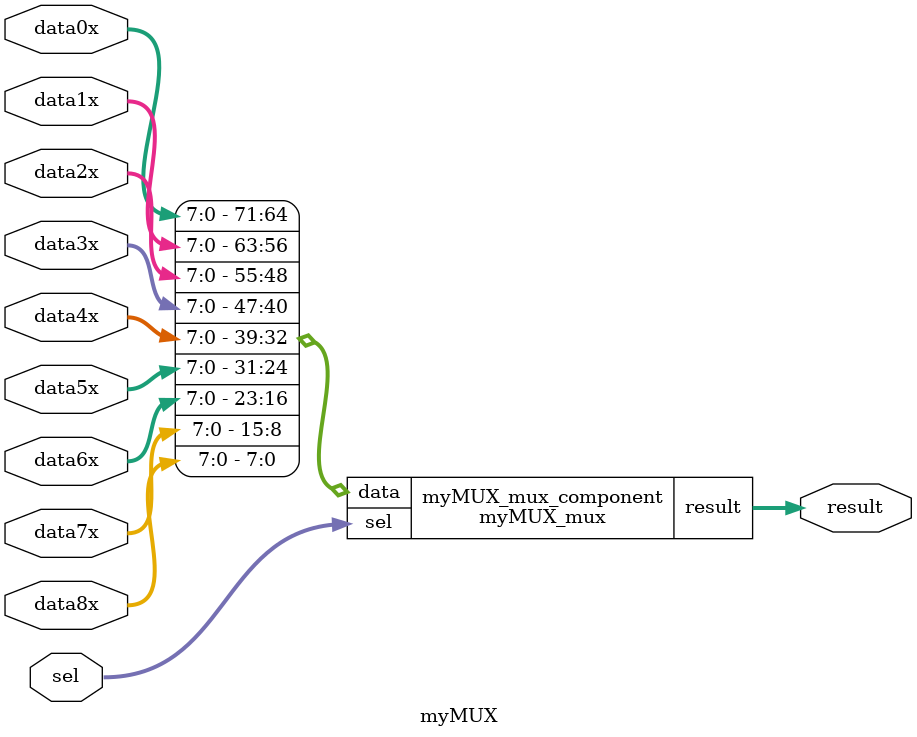
<source format=v>
module myMUX_mux(	// /tmp/tmp.mSLfRgDOO9/30156_gdou-curriculum-design-collect_数学与计算机学院_软工_大二下_硬件工程实践_はちみ_8cal_myMUX_syn.cleaned.mlir:2:3
  input  [71:0] data,	// /tmp/tmp.mSLfRgDOO9/30156_gdou-curriculum-design-collect_数学与计算机学院_软工_大二下_硬件工程实践_はちみ_8cal_myMUX_syn.cleaned.mlir:2:35
  input  [3:0]  sel,	// /tmp/tmp.mSLfRgDOO9/30156_gdou-curriculum-design-collect_数学与计算机学院_软工_大二下_硬件工程实践_はちみ_8cal_myMUX_syn.cleaned.mlir:2:51
  output [7:0]  result	// /tmp/tmp.mSLfRgDOO9/30156_gdou-curriculum-design-collect_数学与计算机学院_软工_大二下_硬件工程实践_はちみ_8cal_myMUX_syn.cleaned.mlir:2:66
);

  wire _GEN;	// /tmp/tmp.mSLfRgDOO9/30156_gdou-curriculum-design-collect_数学与计算机学院_软工_大二下_硬件工程实践_はちみ_8cal_myMUX_syn.cleaned.mlir:295:12
  wire _GEN_0;	// /tmp/tmp.mSLfRgDOO9/30156_gdou-curriculum-design-collect_数学与计算机学院_软工_大二下_硬件工程实践_はちみ_8cal_myMUX_syn.cleaned.mlir:291:12
  wire _GEN_1;	// /tmp/tmp.mSLfRgDOO9/30156_gdou-curriculum-design-collect_数学与计算机学院_软工_大二下_硬件工程实践_はちみ_8cal_myMUX_syn.cleaned.mlir:286:12
  wire _GEN_2;	// /tmp/tmp.mSLfRgDOO9/30156_gdou-curriculum-design-collect_数学与计算机学院_软工_大二下_硬件工程实践_はちみ_8cal_myMUX_syn.cleaned.mlir:282:12
  wire _GEN_3;	// /tmp/tmp.mSLfRgDOO9/30156_gdou-curriculum-design-collect_数学与计算机学院_软工_大二下_硬件工程实践_はちみ_8cal_myMUX_syn.cleaned.mlir:277:12
  wire _GEN_4;	// /tmp/tmp.mSLfRgDOO9/30156_gdou-curriculum-design-collect_数学与计算机学院_软工_大二下_硬件工程实践_はちみ_8cal_myMUX_syn.cleaned.mlir:273:12
  wire _GEN_5;	// /tmp/tmp.mSLfRgDOO9/30156_gdou-curriculum-design-collect_数学与计算机学院_软工_大二下_硬件工程实践_はちみ_8cal_myMUX_syn.cleaned.mlir:268:12
  wire _GEN_6;	// /tmp/tmp.mSLfRgDOO9/30156_gdou-curriculum-design-collect_数学与计算机学院_软工_大二下_硬件工程实践_はちみ_8cal_myMUX_syn.cleaned.mlir:264:12
  wire _GEN_7;	// /tmp/tmp.mSLfRgDOO9/30156_gdou-curriculum-design-collect_数学与计算机学院_软工_大二下_硬件工程实践_はちみ_8cal_myMUX_syn.cleaned.mlir:259:12
  wire _GEN_8;	// /tmp/tmp.mSLfRgDOO9/30156_gdou-curriculum-design-collect_数学与计算机学院_软工_大二下_硬件工程实践_はちみ_8cal_myMUX_syn.cleaned.mlir:255:12
  wire _GEN_9;	// /tmp/tmp.mSLfRgDOO9/30156_gdou-curriculum-design-collect_数学与计算机学院_软工_大二下_硬件工程实践_はちみ_8cal_myMUX_syn.cleaned.mlir:250:12
  wire _GEN_10;	// /tmp/tmp.mSLfRgDOO9/30156_gdou-curriculum-design-collect_数学与计算机学院_软工_大二下_硬件工程实践_はちみ_8cal_myMUX_syn.cleaned.mlir:246:12
  wire _GEN_11;	// /tmp/tmp.mSLfRgDOO9/30156_gdou-curriculum-design-collect_数学与计算机学院_软工_大二下_硬件工程实践_はちみ_8cal_myMUX_syn.cleaned.mlir:241:12
  wire _GEN_12;	// /tmp/tmp.mSLfRgDOO9/30156_gdou-curriculum-design-collect_数学与计算机学院_软工_大二下_硬件工程实践_はちみ_8cal_myMUX_syn.cleaned.mlir:237:12
  wire _GEN_13;	// /tmp/tmp.mSLfRgDOO9/30156_gdou-curriculum-design-collect_数学与计算机学院_软工_大二下_硬件工程实践_はちみ_8cal_myMUX_syn.cleaned.mlir:232:12
  wire _GEN_14;	// /tmp/tmp.mSLfRgDOO9/30156_gdou-curriculum-design-collect_数学与计算机学院_软工_大二下_硬件工程实践_はちみ_8cal_myMUX_syn.cleaned.mlir:228:12
  wire _GEN_15;	// /tmp/tmp.mSLfRgDOO9/30156_gdou-curriculum-design-collect_数学与计算机学院_软工_大二下_硬件工程实践_はちみ_8cal_myMUX_syn.cleaned.mlir:223:12
  wire _GEN_16;	// /tmp/tmp.mSLfRgDOO9/30156_gdou-curriculum-design-collect_数学与计算机学院_软工_大二下_硬件工程实践_はちみ_8cal_myMUX_syn.cleaned.mlir:219:12
  wire _GEN_17;	// /tmp/tmp.mSLfRgDOO9/30156_gdou-curriculum-design-collect_数学与计算机学院_软工_大二下_硬件工程实践_はちみ_8cal_myMUX_syn.cleaned.mlir:214:12
  wire _GEN_18;	// /tmp/tmp.mSLfRgDOO9/30156_gdou-curriculum-design-collect_数学与计算机学院_软工_大二下_硬件工程实践_はちみ_8cal_myMUX_syn.cleaned.mlir:210:12
  wire _GEN_19;	// /tmp/tmp.mSLfRgDOO9/30156_gdou-curriculum-design-collect_数学与计算机学院_软工_大二下_硬件工程实践_はちみ_8cal_myMUX_syn.cleaned.mlir:205:12
  wire _GEN_20;	// /tmp/tmp.mSLfRgDOO9/30156_gdou-curriculum-design-collect_数学与计算机学院_软工_大二下_硬件工程实践_はちみ_8cal_myMUX_syn.cleaned.mlir:201:12
  wire _GEN_21;	// /tmp/tmp.mSLfRgDOO9/30156_gdou-curriculum-design-collect_数学与计算机学院_软工_大二下_硬件工程实践_はちみ_8cal_myMUX_syn.cleaned.mlir:196:12
  wire _GEN_22;	// /tmp/tmp.mSLfRgDOO9/30156_gdou-curriculum-design-collect_数学与计算机学院_软工_大二下_硬件工程实践_はちみ_8cal_myMUX_syn.cleaned.mlir:192:12
  wire _GEN_23;	// /tmp/tmp.mSLfRgDOO9/30156_gdou-curriculum-design-collect_数学与计算机学院_软工_大二下_硬件工程实践_はちみ_8cal_myMUX_syn.cleaned.mlir:187:12
  wire _GEN_24;	// /tmp/tmp.mSLfRgDOO9/30156_gdou-curriculum-design-collect_数学与计算机学院_软工_大二下_硬件工程实践_はちみ_8cal_myMUX_syn.cleaned.mlir:183:12
  wire _GEN_25;	// /tmp/tmp.mSLfRgDOO9/30156_gdou-curriculum-design-collect_数学与计算机学院_软工_大二下_硬件工程实践_はちみ_8cal_myMUX_syn.cleaned.mlir:178:12
  wire _GEN_26;	// /tmp/tmp.mSLfRgDOO9/30156_gdou-curriculum-design-collect_数学与计算机学院_软工_大二下_硬件工程实践_はちみ_8cal_myMUX_syn.cleaned.mlir:174:12
  wire _GEN_27;	// /tmp/tmp.mSLfRgDOO9/30156_gdou-curriculum-design-collect_数学与计算机学院_软工_大二下_硬件工程实践_はちみ_8cal_myMUX_syn.cleaned.mlir:169:12
  wire _GEN_28;	// /tmp/tmp.mSLfRgDOO9/30156_gdou-curriculum-design-collect_数学与计算机学院_软工_大二下_硬件工程实践_はちみ_8cal_myMUX_syn.cleaned.mlir:165:12
  wire _GEN_29;	// /tmp/tmp.mSLfRgDOO9/30156_gdou-curriculum-design-collect_数学与计算机学院_软工_大二下_硬件工程实践_はちみ_8cal_myMUX_syn.cleaned.mlir:160:12
  wire _GEN_30;	// /tmp/tmp.mSLfRgDOO9/30156_gdou-curriculum-design-collect_数学与计算机学院_软工_大二下_硬件工程实践_はちみ_8cal_myMUX_syn.cleaned.mlir:156:12
  assign _GEN_30 = ~(sel[1]) | sel[0] & data[57] | ~(sel[0]) & data[49];	// /tmp/tmp.mSLfRgDOO9/30156_gdou-curriculum-design-collect_数学与计算机学院_软工_大二下_硬件工程实践_はちみ_8cal_myMUX_syn.cleaned.mlir:14:11, :15:11, :150:12, :151:12, :152:12, :153:12, :154:12, :155:12, :156:12
  assign _GEN_29 = sel[1] | sel[0] & data[41] | ~(sel[0]) & data[33];	// /tmp/tmp.mSLfRgDOO9/30156_gdou-curriculum-design-collect_数学与计算机学院_软工_大二下_硬件工程实践_はちみ_8cal_myMUX_syn.cleaned.mlir:16:11, :17:11, :150:12, :151:12, :153:12, :157:12, :159:12, :160:12
  assign _GEN_28 = ~(sel[1]) | sel[0] & data[25] | ~(sel[0]) & data[17];	// /tmp/tmp.mSLfRgDOO9/30156_gdou-curriculum-design-collect_数学与计算机学院_软工_大二下_硬件工程实践_はちみ_8cal_myMUX_syn.cleaned.mlir:18:11, :19:11, :150:12, :151:12, :153:12, :155:12, :161:12, :163:12, :165:12
  assign _GEN_27 = sel[1] | sel[0] & data[9] | ~(sel[0]) & data[1];	// /tmp/tmp.mSLfRgDOO9/30156_gdou-curriculum-design-collect_数学与计算机学院_软工_大二下_硬件工程实践_はちみ_8cal_myMUX_syn.cleaned.mlir:20:11, :21:11, :150:12, :151:12, :153:12, :166:12, :168:12, :169:12
  assign _GEN_26 = ~(sel[1]) | sel[0] & data[58] | ~(sel[0]) & data[50];	// /tmp/tmp.mSLfRgDOO9/30156_gdou-curriculum-design-collect_数学与计算机学院_软工_大二下_硬件工程实践_はちみ_8cal_myMUX_syn.cleaned.mlir:23:11, :24:11, :150:12, :151:12, :153:12, :155:12, :170:12, :172:12, :174:12
  assign _GEN_25 = sel[1] | sel[0] & data[42] | ~(sel[0]) & data[34];	// /tmp/tmp.mSLfRgDOO9/30156_gdou-curriculum-design-collect_数学与计算机学院_软工_大二下_硬件工程实践_はちみ_8cal_myMUX_syn.cleaned.mlir:25:11, :26:11, :150:12, :151:12, :153:12, :175:12, :177:12, :178:12
  assign _GEN_24 = ~(sel[1]) | sel[0] & data[26] | ~(sel[0]) & data[18];	// /tmp/tmp.mSLfRgDOO9/30156_gdou-curriculum-design-collect_数学与计算机学院_软工_大二下_硬件工程实践_はちみ_8cal_myMUX_syn.cleaned.mlir:27:11, :28:11, :150:12, :151:12, :153:12, :155:12, :179:12, :181:12, :183:12
  assign _GEN_23 = sel[1] | sel[0] & data[10] | ~(sel[0]) & data[2];	// /tmp/tmp.mSLfRgDOO9/30156_gdou-curriculum-design-collect_数学与计算机学院_软工_大二下_硬件工程实践_はちみ_8cal_myMUX_syn.cleaned.mlir:29:11, :30:11, :150:12, :151:12, :153:12, :184:12, :186:12, :187:12
  assign _GEN_22 = ~(sel[1]) | sel[0] & data[59] | ~(sel[0]) & data[51];	// /tmp/tmp.mSLfRgDOO9/30156_gdou-curriculum-design-collect_数学与计算机学院_软工_大二下_硬件工程实践_はちみ_8cal_myMUX_syn.cleaned.mlir:32:11, :33:11, :150:12, :151:12, :153:12, :155:12, :188:12, :190:12, :192:12
  assign _GEN_21 = sel[1] | sel[0] & data[43] | ~(sel[0]) & data[35];	// /tmp/tmp.mSLfRgDOO9/30156_gdou-curriculum-design-collect_数学与计算机学院_软工_大二下_硬件工程实践_はちみ_8cal_myMUX_syn.cleaned.mlir:34:11, :35:11, :150:12, :151:12, :153:12, :193:12, :195:12, :196:12
  assign _GEN_20 = ~(sel[1]) | sel[0] & data[27] | ~(sel[0]) & data[19];	// /tmp/tmp.mSLfRgDOO9/30156_gdou-curriculum-design-collect_数学与计算机学院_软工_大二下_硬件工程实践_はちみ_8cal_myMUX_syn.cleaned.mlir:36:11, :37:11, :150:12, :151:12, :153:12, :155:12, :197:12, :199:12, :201:12
  assign _GEN_19 = sel[1] | sel[0] & data[11] | ~(sel[0]) & data[3];	// /tmp/tmp.mSLfRgDOO9/30156_gdou-curriculum-design-collect_数学与计算机学院_软工_大二下_硬件工程实践_はちみ_8cal_myMUX_syn.cleaned.mlir:38:11, :39:11, :150:12, :151:12, :153:12, :202:12, :204:12, :205:12
  assign _GEN_18 = ~(sel[1]) | sel[0] & data[56] | ~(sel[0]) & data[48];	// /tmp/tmp.mSLfRgDOO9/30156_gdou-curriculum-design-collect_数学与计算机学院_软工_大二下_硬件工程实践_はちみ_8cal_myMUX_syn.cleaned.mlir:5:10, :6:10, :150:12, :151:12, :153:12, :155:12, :206:12, :208:12, :210:12
  assign _GEN_17 = sel[1] | sel[0] & data[40] | ~(sel[0]) & data[32];	// /tmp/tmp.mSLfRgDOO9/30156_gdou-curriculum-design-collect_数学与计算机学院_软工_大二下_硬件工程实践_はちみ_8cal_myMUX_syn.cleaned.mlir:7:10, :8:10, :150:12, :151:12, :153:12, :211:12, :213:12, :214:12
  assign _GEN_16 = ~(sel[1]) | sel[0] & data[24] | ~(sel[0]) & data[16];	// /tmp/tmp.mSLfRgDOO9/30156_gdou-curriculum-design-collect_数学与计算机学院_软工_大二下_硬件工程实践_はちみ_8cal_myMUX_syn.cleaned.mlir:9:10, :10:10, :150:12, :151:12, :153:12, :155:12, :215:12, :217:12, :219:12
  assign _GEN_15 = sel[1] | sel[0] & data[8] | ~(sel[0]) & data[0];	// /tmp/tmp.mSLfRgDOO9/30156_gdou-curriculum-design-collect_数学与计算机学院_软工_大二下_硬件工程实践_はちみ_8cal_myMUX_syn.cleaned.mlir:11:10, :12:10, :150:12, :151:12, :153:12, :220:12, :222:12, :223:12
  assign _GEN_14 = ~(sel[1]) | sel[0] & data[60] | ~(sel[0]) & data[52];	// /tmp/tmp.mSLfRgDOO9/30156_gdou-curriculum-design-collect_数学与计算机学院_软工_大二下_硬件工程实践_はちみ_8cal_myMUX_syn.cleaned.mlir:41:11, :42:11, :150:12, :151:12, :153:12, :155:12, :224:12, :226:12, :228:12
  assign _GEN_13 = sel[1] | sel[0] & data[44] | ~(sel[0]) & data[36];	// /tmp/tmp.mSLfRgDOO9/30156_gdou-curriculum-design-collect_数学与计算机学院_软工_大二下_硬件工程实践_はちみ_8cal_myMUX_syn.cleaned.mlir:43:11, :44:11, :150:12, :151:12, :153:12, :229:12, :231:12, :232:12
  assign _GEN_12 = ~(sel[1]) | sel[0] & data[28] | ~(sel[0]) & data[20];	// /tmp/tmp.mSLfRgDOO9/30156_gdou-curriculum-design-collect_数学与计算机学院_软工_大二下_硬件工程实践_はちみ_8cal_myMUX_syn.cleaned.mlir:45:11, :46:11, :150:12, :151:12, :153:12, :155:12, :233:12, :235:12, :237:12
  assign _GEN_11 = sel[1] | sel[0] & data[12] | ~(sel[0]) & data[4];	// /tmp/tmp.mSLfRgDOO9/30156_gdou-curriculum-design-collect_数学与计算机学院_软工_大二下_硬件工程实践_はちみ_8cal_myMUX_syn.cleaned.mlir:47:11, :48:11, :150:12, :151:12, :153:12, :238:12, :240:12, :241:12
  assign _GEN_10 = ~(sel[1]) | sel[0] & data[61] | ~(sel[0]) & data[53];	// /tmp/tmp.mSLfRgDOO9/30156_gdou-curriculum-design-collect_数学与计算机学院_软工_大二下_硬件工程实践_はちみ_8cal_myMUX_syn.cleaned.mlir:50:11, :51:11, :150:12, :151:12, :153:12, :155:12, :242:12, :244:12, :246:12
  assign _GEN_9 = sel[1] | sel[0] & data[45] | ~(sel[0]) & data[37];	// /tmp/tmp.mSLfRgDOO9/30156_gdou-curriculum-design-collect_数学与计算机学院_软工_大二下_硬件工程实践_はちみ_8cal_myMUX_syn.cleaned.mlir:52:11, :53:11, :150:12, :151:12, :153:12, :247:12, :249:12, :250:12
  assign _GEN_8 = ~(sel[1]) | sel[0] & data[29] | ~(sel[0]) & data[21];	// /tmp/tmp.mSLfRgDOO9/30156_gdou-curriculum-design-collect_数学与计算机学院_软工_大二下_硬件工程实践_はちみ_8cal_myMUX_syn.cleaned.mlir:54:11, :55:11, :150:12, :151:12, :153:12, :155:12, :251:12, :253:12, :255:12
  assign _GEN_7 = sel[1] | sel[0] & data[13] | ~(sel[0]) & data[5];	// /tmp/tmp.mSLfRgDOO9/30156_gdou-curriculum-design-collect_数学与计算机学院_软工_大二下_硬件工程实践_はちみ_8cal_myMUX_syn.cleaned.mlir:56:11, :57:11, :150:12, :151:12, :153:12, :256:12, :258:12, :259:12
  assign _GEN_6 = ~(sel[1]) | sel[0] & data[62] | ~(sel[0]) & data[54];	// /tmp/tmp.mSLfRgDOO9/30156_gdou-curriculum-design-collect_数学与计算机学院_软工_大二下_硬件工程实践_はちみ_8cal_myMUX_syn.cleaned.mlir:59:11, :60:11, :150:12, :151:12, :153:12, :155:12, :260:12, :262:12, :264:12
  assign _GEN_5 = sel[1] | sel[0] & data[46] | ~(sel[0]) & data[38];	// /tmp/tmp.mSLfRgDOO9/30156_gdou-curriculum-design-collect_数学与计算机学院_软工_大二下_硬件工程实践_はちみ_8cal_myMUX_syn.cleaned.mlir:61:11, :62:11, :150:12, :151:12, :153:12, :265:12, :267:12, :268:12
  assign _GEN_4 = ~(sel[1]) | sel[0] & data[30] | ~(sel[0]) & data[22];	// /tmp/tmp.mSLfRgDOO9/30156_gdou-curriculum-design-collect_数学与计算机学院_软工_大二下_硬件工程实践_はちみ_8cal_myMUX_syn.cleaned.mlir:63:11, :64:11, :150:12, :151:12, :153:12, :155:12, :269:12, :271:12, :273:12
  assign _GEN_3 = sel[1] | sel[0] & data[14] | ~(sel[0]) & data[6];	// /tmp/tmp.mSLfRgDOO9/30156_gdou-curriculum-design-collect_数学与计算机学院_软工_大二下_硬件工程实践_はちみ_8cal_myMUX_syn.cleaned.mlir:65:11, :66:11, :150:12, :151:12, :153:12, :274:12, :276:12, :277:12
  assign _GEN_2 = ~(sel[1]) | sel[0] & data[63] | ~(sel[0]) & data[55];	// /tmp/tmp.mSLfRgDOO9/30156_gdou-curriculum-design-collect_数学与计算机学院_软工_大二下_硬件工程实践_はちみ_8cal_myMUX_syn.cleaned.mlir:68:11, :69:11, :150:12, :151:12, :153:12, :155:12, :278:12, :280:12, :282:12
  assign _GEN_1 = sel[1] | sel[0] & data[47] | ~(sel[0]) & data[39];	// /tmp/tmp.mSLfRgDOO9/30156_gdou-curriculum-design-collect_数学与计算机学院_软工_大二下_硬件工程实践_はちみ_8cal_myMUX_syn.cleaned.mlir:70:11, :71:11, :150:12, :151:12, :153:12, :283:12, :285:12, :286:12
  assign _GEN_0 = ~(sel[1]) | sel[0] & data[31] | ~(sel[0]) & data[23];	// /tmp/tmp.mSLfRgDOO9/30156_gdou-curriculum-design-collect_数学与计算机学院_软工_大二下_硬件工程实践_はちみ_8cal_myMUX_syn.cleaned.mlir:72:11, :73:11, :150:12, :151:12, :153:12, :155:12, :287:12, :289:12, :291:12
  assign _GEN = sel[1] | sel[0] & data[15] | ~(sel[0]) & data[7];	// /tmp/tmp.mSLfRgDOO9/30156_gdou-curriculum-design-collect_数学与计算机学院_软工_大二下_硬件工程实践_はちみ_8cal_myMUX_syn.cleaned.mlir:74:11, :75:11, :150:12, :151:12, :153:12, :292:12, :294:12, :295:12
  assign result =
    {(~(sel[3]) | ~(sel[2]) & data[71])
       & (sel[3] | sel[2] & _GEN_2 & _GEN_1 | ~(sel[2]) & _GEN_0 & _GEN),
     (~(sel[3]) | ~(sel[2]) & data[70])
       & (sel[3] | sel[2] & _GEN_6 & _GEN_5 | ~(sel[2]) & _GEN_4 & _GEN_3),
     (~(sel[3]) | ~(sel[2]) & data[69])
       & (sel[3] | sel[2] & _GEN_10 & _GEN_9 | ~(sel[2]) & _GEN_8 & _GEN_7),
     (~(sel[3]) | ~(sel[2]) & data[68])
       & (sel[3] | sel[2] & _GEN_14 & _GEN_13 | ~(sel[2]) & _GEN_12 & _GEN_11),
     (~(sel[3]) | ~(sel[2]) & data[67])
       & (sel[3] | sel[2] & _GEN_22 & _GEN_21 | ~(sel[2]) & _GEN_20 & _GEN_19),
     (~(sel[3]) | ~(sel[2]) & data[66])
       & (sel[3] | sel[2] & _GEN_26 & _GEN_25 | ~(sel[2]) & _GEN_24 & _GEN_23),
     (~(sel[3]) | ~(sel[2]) & data[65])
       & (sel[3] | sel[2] & _GEN_30 & _GEN_29 | ~(sel[2]) & _GEN_28 & _GEN_27),
     (~(sel[3]) | ~(sel[2]) & data[64])
       & (sel[3] | sel[2] & _GEN_18 & _GEN_17 | ~(sel[2]) & _GEN_16 & _GEN_15)};	// /tmp/tmp.mSLfRgDOO9/30156_gdou-curriculum-design-collect_数学与计算机学院_软工_大二下_硬件工程实践_はちみ_8cal_myMUX_syn.cleaned.mlir:4:10, :13:10, :22:11, :31:11, :40:11, :49:11, :58:11, :67:11, :76:11, :77:11, :78:11, :79:11, :80:11, :81:11, :82:11, :84:11, :85:11, :86:11, :88:11, :90:11, :91:11, :93:11, :94:11, :95:11, :97:11, :99:11, :100:11, :102:11, :103:11, :104:12, :106:12, :108:12, :109:12, :111:12, :112:12, :113:12, :115:12, :117:12, :118:12, :120:12, :121:12, :122:12, :124:12, :126:12, :127:12, :129:12, :130:12, :131:12, :133:12, :135:12, :136:12, :138:12, :139:12, :140:12, :142:12, :144:12, :145:12, :147:12, :148:12, :149:12, :156:12, :160:12, :165:12, :169:12, :174:12, :178:12, :183:12, :187:12, :192:12, :196:12, :201:12, :205:12, :210:12, :214:12, :219:12, :223:12, :228:12, :232:12, :237:12, :241:12, :246:12, :250:12, :255:12, :259:12, :264:12, :268:12, :273:12, :277:12, :282:12, :286:12, :291:12, :295:12, :296:12, :297:5
endmodule

module myMUX(	// /tmp/tmp.mSLfRgDOO9/30156_gdou-curriculum-design-collect_数学与计算机学院_软工_大二下_硬件工程实践_はちみ_8cal_myMUX_syn.cleaned.mlir:299:3
  input  [7:0] data0x,	// /tmp/tmp.mSLfRgDOO9/30156_gdou-curriculum-design-collect_数学与计算机学院_软工_大二下_硬件工程实践_はちみ_8cal_myMUX_syn.cleaned.mlir:299:23
               data1x,	// /tmp/tmp.mSLfRgDOO9/30156_gdou-curriculum-design-collect_数学与计算机学院_软工_大二下_硬件工程实践_はちみ_8cal_myMUX_syn.cleaned.mlir:299:40
               data2x,	// /tmp/tmp.mSLfRgDOO9/30156_gdou-curriculum-design-collect_数学与计算机学院_软工_大二下_硬件工程实践_はちみ_8cal_myMUX_syn.cleaned.mlir:299:57
               data3x,	// /tmp/tmp.mSLfRgDOO9/30156_gdou-curriculum-design-collect_数学与计算机学院_软工_大二下_硬件工程实践_はちみ_8cal_myMUX_syn.cleaned.mlir:299:74
               data4x,	// /tmp/tmp.mSLfRgDOO9/30156_gdou-curriculum-design-collect_数学与计算机学院_软工_大二下_硬件工程实践_はちみ_8cal_myMUX_syn.cleaned.mlir:299:91
               data5x,	// /tmp/tmp.mSLfRgDOO9/30156_gdou-curriculum-design-collect_数学与计算机学院_软工_大二下_硬件工程实践_はちみ_8cal_myMUX_syn.cleaned.mlir:299:108
               data6x,	// /tmp/tmp.mSLfRgDOO9/30156_gdou-curriculum-design-collect_数学与计算机学院_软工_大二下_硬件工程实践_はちみ_8cal_myMUX_syn.cleaned.mlir:299:125
               data7x,	// /tmp/tmp.mSLfRgDOO9/30156_gdou-curriculum-design-collect_数学与计算机学院_软工_大二下_硬件工程实践_はちみ_8cal_myMUX_syn.cleaned.mlir:299:142
               data8x,	// /tmp/tmp.mSLfRgDOO9/30156_gdou-curriculum-design-collect_数学与计算机学院_软工_大二下_硬件工程实践_はちみ_8cal_myMUX_syn.cleaned.mlir:299:159
  input  [3:0] sel,	// /tmp/tmp.mSLfRgDOO9/30156_gdou-curriculum-design-collect_数学与计算机学院_软工_大二下_硬件工程实践_はちみ_8cal_myMUX_syn.cleaned.mlir:299:176
  output [7:0] result	// /tmp/tmp.mSLfRgDOO9/30156_gdou-curriculum-design-collect_数学与计算机学院_软工_大二下_硬件工程实践_はちみ_8cal_myMUX_syn.cleaned.mlir:299:191
);

  myMUX_mux myMUX_mux_component (	// /tmp/tmp.mSLfRgDOO9/30156_gdou-curriculum-design-collect_数学与计算机学院_软工_大二下_硬件工程实践_はちみ_8cal_myMUX_syn.cleaned.mlir:301:35
    .data   ({data0x, data1x, data2x, data3x, data4x, data5x, data6x, data7x, data8x}),	// /tmp/tmp.mSLfRgDOO9/30156_gdou-curriculum-design-collect_数学与计算机学院_软工_大二下_硬件工程实践_はちみ_8cal_myMUX_syn.cleaned.mlir:300:10
    .sel    (sel),
    .result (result)
  );	// /tmp/tmp.mSLfRgDOO9/30156_gdou-curriculum-design-collect_数学与计算机学院_软工_大二下_硬件工程实践_はちみ_8cal_myMUX_syn.cleaned.mlir:301:35
endmodule


</source>
